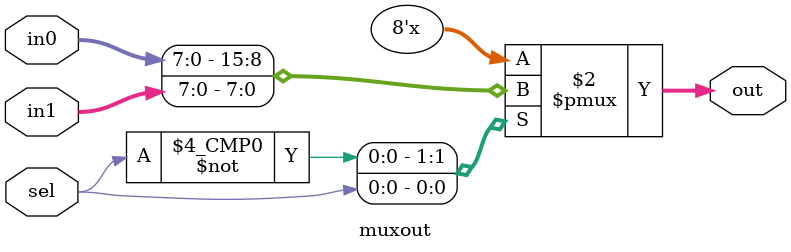
<source format=v>
`timescale 1ns / 1ps

module muxout(sel,in0,in1,out);
input sel;
input [7:0] in0,in1;
output reg [7:0]out;

    always@(sel)
        case(sel)
        1'b0:   out=in0;
        1'b1:   out=in1;
    endcase
endmodule

</source>
